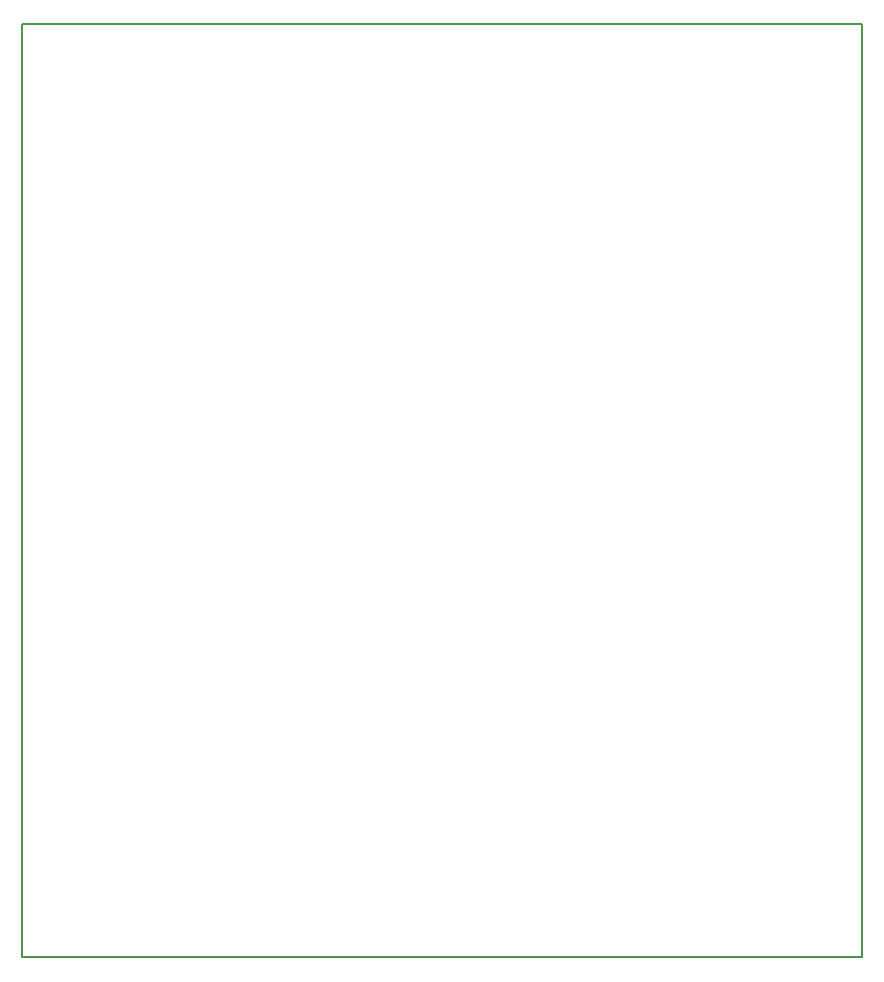
<source format=gbr>
%TF.GenerationSoftware,KiCad,Pcbnew,(6.0.5)*%
%TF.CreationDate,2022-06-17T01:03:42+02:00*%
%TF.ProjectId,seq,7365712e-6b69-4636-9164-5f7063625858,rev?*%
%TF.SameCoordinates,Original*%
%TF.FileFunction,Profile,NP*%
%FSLAX46Y46*%
G04 Gerber Fmt 4.6, Leading zero omitted, Abs format (unit mm)*
G04 Created by KiCad (PCBNEW (6.0.5)) date 2022-06-17 01:03:42*
%MOMM*%
%LPD*%
G01*
G04 APERTURE LIST*
%TA.AperFunction,Profile*%
%ADD10C,0.200000*%
%TD*%
G04 APERTURE END LIST*
D10*
X86360000Y-53340000D02*
X157486000Y-53340000D01*
X157486000Y-53340000D02*
X157486000Y-132340000D01*
X157486000Y-132340000D02*
X86360000Y-132340000D01*
X86360000Y-132340000D02*
X86360000Y-53340000D01*
M02*

</source>
